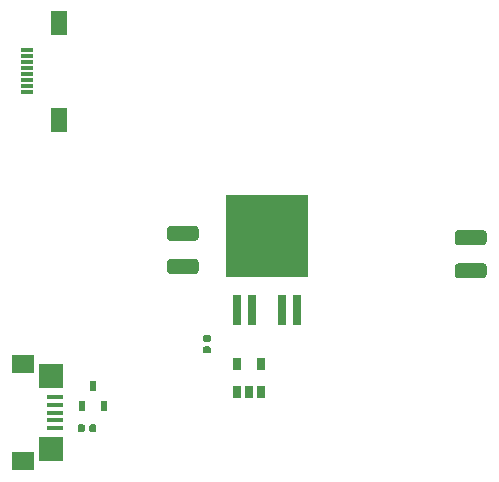
<source format=gbr>
G04 #@! TF.GenerationSoftware,KiCad,Pcbnew,(5.1.5)-3*
G04 #@! TF.CreationDate,2020-01-20T08:59:10+09:00*
G04 #@! TF.ProjectId,signaltower_host,7369676e-616c-4746-9f77-65725f686f73,rev?*
G04 #@! TF.SameCoordinates,Original*
G04 #@! TF.FileFunction,Paste,Top*
G04 #@! TF.FilePolarity,Positive*
%FSLAX46Y46*%
G04 Gerber Fmt 4.6, Leading zero omitted, Abs format (unit mm)*
G04 Created by KiCad (PCBNEW (5.1.5)-3) date 2020-01-20 08:59:10*
%MOMM*%
%LPD*%
G04 APERTURE LIST*
%ADD10R,7.000000X7.000000*%
%ADD11R,0.760000X2.500000*%
%ADD12R,0.600000X0.900000*%
%ADD13R,1.350000X0.400000*%
%ADD14R,1.900000X1.600000*%
%ADD15R,2.000000X2.100000*%
%ADD16R,0.800000X1.000000*%
%ADD17R,0.700000X1.000000*%
%ADD18C,0.100000*%
%ADD19R,1.050000X0.350000*%
%ADD20R,1.350000X2.000000*%
G04 APERTURE END LIST*
D10*
X113538000Y-77978000D03*
D11*
X112268000Y-84228000D03*
X110998000Y-84228000D03*
X116078000Y-84228000D03*
X114808000Y-84228000D03*
D12*
X98806000Y-90678000D03*
X99756000Y-92378000D03*
X97856000Y-92378000D03*
D13*
X95575000Y-92262000D03*
X95575000Y-92912000D03*
X95575000Y-93562000D03*
X95575000Y-91612000D03*
D14*
X92900000Y-97012000D03*
D15*
X95250000Y-96012000D03*
D14*
X92900000Y-88812000D03*
D13*
X95575000Y-94212000D03*
D15*
X95250000Y-89812000D03*
D16*
X111014000Y-88786000D03*
X113014000Y-88786000D03*
X113014000Y-91186000D03*
X111014000Y-91186000D03*
D17*
X112014000Y-91186000D03*
D18*
G36*
X108644958Y-87312710D02*
G01*
X108659276Y-87314834D01*
X108673317Y-87318351D01*
X108686946Y-87323228D01*
X108700031Y-87329417D01*
X108712447Y-87336858D01*
X108724073Y-87345481D01*
X108734798Y-87355202D01*
X108744519Y-87365927D01*
X108753142Y-87377553D01*
X108760583Y-87389969D01*
X108766772Y-87403054D01*
X108771649Y-87416683D01*
X108775166Y-87430724D01*
X108777290Y-87445042D01*
X108778000Y-87459500D01*
X108778000Y-87754500D01*
X108777290Y-87768958D01*
X108775166Y-87783276D01*
X108771649Y-87797317D01*
X108766772Y-87810946D01*
X108760583Y-87824031D01*
X108753142Y-87836447D01*
X108744519Y-87848073D01*
X108734798Y-87858798D01*
X108724073Y-87868519D01*
X108712447Y-87877142D01*
X108700031Y-87884583D01*
X108686946Y-87890772D01*
X108673317Y-87895649D01*
X108659276Y-87899166D01*
X108644958Y-87901290D01*
X108630500Y-87902000D01*
X108285500Y-87902000D01*
X108271042Y-87901290D01*
X108256724Y-87899166D01*
X108242683Y-87895649D01*
X108229054Y-87890772D01*
X108215969Y-87884583D01*
X108203553Y-87877142D01*
X108191927Y-87868519D01*
X108181202Y-87858798D01*
X108171481Y-87848073D01*
X108162858Y-87836447D01*
X108155417Y-87824031D01*
X108149228Y-87810946D01*
X108144351Y-87797317D01*
X108140834Y-87783276D01*
X108138710Y-87768958D01*
X108138000Y-87754500D01*
X108138000Y-87459500D01*
X108138710Y-87445042D01*
X108140834Y-87430724D01*
X108144351Y-87416683D01*
X108149228Y-87403054D01*
X108155417Y-87389969D01*
X108162858Y-87377553D01*
X108171481Y-87365927D01*
X108181202Y-87355202D01*
X108191927Y-87345481D01*
X108203553Y-87336858D01*
X108215969Y-87329417D01*
X108229054Y-87323228D01*
X108242683Y-87318351D01*
X108256724Y-87314834D01*
X108271042Y-87312710D01*
X108285500Y-87312000D01*
X108630500Y-87312000D01*
X108644958Y-87312710D01*
G37*
G36*
X108644958Y-86342710D02*
G01*
X108659276Y-86344834D01*
X108673317Y-86348351D01*
X108686946Y-86353228D01*
X108700031Y-86359417D01*
X108712447Y-86366858D01*
X108724073Y-86375481D01*
X108734798Y-86385202D01*
X108744519Y-86395927D01*
X108753142Y-86407553D01*
X108760583Y-86419969D01*
X108766772Y-86433054D01*
X108771649Y-86446683D01*
X108775166Y-86460724D01*
X108777290Y-86475042D01*
X108778000Y-86489500D01*
X108778000Y-86784500D01*
X108777290Y-86798958D01*
X108775166Y-86813276D01*
X108771649Y-86827317D01*
X108766772Y-86840946D01*
X108760583Y-86854031D01*
X108753142Y-86866447D01*
X108744519Y-86878073D01*
X108734798Y-86888798D01*
X108724073Y-86898519D01*
X108712447Y-86907142D01*
X108700031Y-86914583D01*
X108686946Y-86920772D01*
X108673317Y-86925649D01*
X108659276Y-86929166D01*
X108644958Y-86931290D01*
X108630500Y-86932000D01*
X108285500Y-86932000D01*
X108271042Y-86931290D01*
X108256724Y-86929166D01*
X108242683Y-86925649D01*
X108229054Y-86920772D01*
X108215969Y-86914583D01*
X108203553Y-86907142D01*
X108191927Y-86898519D01*
X108181202Y-86888798D01*
X108171481Y-86878073D01*
X108162858Y-86866447D01*
X108155417Y-86854031D01*
X108149228Y-86840946D01*
X108144351Y-86827317D01*
X108140834Y-86813276D01*
X108138710Y-86798958D01*
X108138000Y-86784500D01*
X108138000Y-86489500D01*
X108138710Y-86475042D01*
X108140834Y-86460724D01*
X108144351Y-86446683D01*
X108149228Y-86433054D01*
X108155417Y-86419969D01*
X108162858Y-86407553D01*
X108171481Y-86395927D01*
X108181202Y-86385202D01*
X108191927Y-86375481D01*
X108203553Y-86366858D01*
X108215969Y-86359417D01*
X108229054Y-86353228D01*
X108242683Y-86348351D01*
X108256724Y-86344834D01*
X108271042Y-86342710D01*
X108285500Y-86342000D01*
X108630500Y-86342000D01*
X108644958Y-86342710D01*
G37*
G36*
X98967958Y-93914710D02*
G01*
X98982276Y-93916834D01*
X98996317Y-93920351D01*
X99009946Y-93925228D01*
X99023031Y-93931417D01*
X99035447Y-93938858D01*
X99047073Y-93947481D01*
X99057798Y-93957202D01*
X99067519Y-93967927D01*
X99076142Y-93979553D01*
X99083583Y-93991969D01*
X99089772Y-94005054D01*
X99094649Y-94018683D01*
X99098166Y-94032724D01*
X99100290Y-94047042D01*
X99101000Y-94061500D01*
X99101000Y-94406500D01*
X99100290Y-94420958D01*
X99098166Y-94435276D01*
X99094649Y-94449317D01*
X99089772Y-94462946D01*
X99083583Y-94476031D01*
X99076142Y-94488447D01*
X99067519Y-94500073D01*
X99057798Y-94510798D01*
X99047073Y-94520519D01*
X99035447Y-94529142D01*
X99023031Y-94536583D01*
X99009946Y-94542772D01*
X98996317Y-94547649D01*
X98982276Y-94551166D01*
X98967958Y-94553290D01*
X98953500Y-94554000D01*
X98658500Y-94554000D01*
X98644042Y-94553290D01*
X98629724Y-94551166D01*
X98615683Y-94547649D01*
X98602054Y-94542772D01*
X98588969Y-94536583D01*
X98576553Y-94529142D01*
X98564927Y-94520519D01*
X98554202Y-94510798D01*
X98544481Y-94500073D01*
X98535858Y-94488447D01*
X98528417Y-94476031D01*
X98522228Y-94462946D01*
X98517351Y-94449317D01*
X98513834Y-94435276D01*
X98511710Y-94420958D01*
X98511000Y-94406500D01*
X98511000Y-94061500D01*
X98511710Y-94047042D01*
X98513834Y-94032724D01*
X98517351Y-94018683D01*
X98522228Y-94005054D01*
X98528417Y-93991969D01*
X98535858Y-93979553D01*
X98544481Y-93967927D01*
X98554202Y-93957202D01*
X98564927Y-93947481D01*
X98576553Y-93938858D01*
X98588969Y-93931417D01*
X98602054Y-93925228D01*
X98615683Y-93920351D01*
X98629724Y-93916834D01*
X98644042Y-93914710D01*
X98658500Y-93914000D01*
X98953500Y-93914000D01*
X98967958Y-93914710D01*
G37*
G36*
X97997958Y-93914710D02*
G01*
X98012276Y-93916834D01*
X98026317Y-93920351D01*
X98039946Y-93925228D01*
X98053031Y-93931417D01*
X98065447Y-93938858D01*
X98077073Y-93947481D01*
X98087798Y-93957202D01*
X98097519Y-93967927D01*
X98106142Y-93979553D01*
X98113583Y-93991969D01*
X98119772Y-94005054D01*
X98124649Y-94018683D01*
X98128166Y-94032724D01*
X98130290Y-94047042D01*
X98131000Y-94061500D01*
X98131000Y-94406500D01*
X98130290Y-94420958D01*
X98128166Y-94435276D01*
X98124649Y-94449317D01*
X98119772Y-94462946D01*
X98113583Y-94476031D01*
X98106142Y-94488447D01*
X98097519Y-94500073D01*
X98087798Y-94510798D01*
X98077073Y-94520519D01*
X98065447Y-94529142D01*
X98053031Y-94536583D01*
X98039946Y-94542772D01*
X98026317Y-94547649D01*
X98012276Y-94551166D01*
X97997958Y-94553290D01*
X97983500Y-94554000D01*
X97688500Y-94554000D01*
X97674042Y-94553290D01*
X97659724Y-94551166D01*
X97645683Y-94547649D01*
X97632054Y-94542772D01*
X97618969Y-94536583D01*
X97606553Y-94529142D01*
X97594927Y-94520519D01*
X97584202Y-94510798D01*
X97574481Y-94500073D01*
X97565858Y-94488447D01*
X97558417Y-94476031D01*
X97552228Y-94462946D01*
X97547351Y-94449317D01*
X97543834Y-94435276D01*
X97541710Y-94420958D01*
X97541000Y-94406500D01*
X97541000Y-94061500D01*
X97541710Y-94047042D01*
X97543834Y-94032724D01*
X97547351Y-94018683D01*
X97552228Y-94005054D01*
X97558417Y-93991969D01*
X97565858Y-93979553D01*
X97574481Y-93967927D01*
X97584202Y-93957202D01*
X97594927Y-93947481D01*
X97606553Y-93938858D01*
X97618969Y-93931417D01*
X97632054Y-93925228D01*
X97645683Y-93920351D01*
X97659724Y-93916834D01*
X97674042Y-93914710D01*
X97688500Y-93914000D01*
X97983500Y-93914000D01*
X97997958Y-93914710D01*
G37*
D19*
X93218000Y-65746000D03*
X93218000Y-65246000D03*
X93218000Y-64746000D03*
X93218000Y-64246000D03*
X93218000Y-62246000D03*
X93218000Y-62746000D03*
X93218000Y-63246000D03*
X93218000Y-63746000D03*
D20*
X95968000Y-59896000D03*
X95968000Y-68096000D03*
D18*
G36*
X131909504Y-77478204D02*
G01*
X131933773Y-77481804D01*
X131957571Y-77487765D01*
X131980671Y-77496030D01*
X132002849Y-77506520D01*
X132023893Y-77519133D01*
X132043598Y-77533747D01*
X132061777Y-77550223D01*
X132078253Y-77568402D01*
X132092867Y-77588107D01*
X132105480Y-77609151D01*
X132115970Y-77631329D01*
X132124235Y-77654429D01*
X132130196Y-77678227D01*
X132133796Y-77702496D01*
X132135000Y-77727000D01*
X132135000Y-78477000D01*
X132133796Y-78501504D01*
X132130196Y-78525773D01*
X132124235Y-78549571D01*
X132115970Y-78572671D01*
X132105480Y-78594849D01*
X132092867Y-78615893D01*
X132078253Y-78635598D01*
X132061777Y-78653777D01*
X132043598Y-78670253D01*
X132023893Y-78684867D01*
X132002849Y-78697480D01*
X131980671Y-78707970D01*
X131957571Y-78716235D01*
X131933773Y-78722196D01*
X131909504Y-78725796D01*
X131885000Y-78727000D01*
X129735000Y-78727000D01*
X129710496Y-78725796D01*
X129686227Y-78722196D01*
X129662429Y-78716235D01*
X129639329Y-78707970D01*
X129617151Y-78697480D01*
X129596107Y-78684867D01*
X129576402Y-78670253D01*
X129558223Y-78653777D01*
X129541747Y-78635598D01*
X129527133Y-78615893D01*
X129514520Y-78594849D01*
X129504030Y-78572671D01*
X129495765Y-78549571D01*
X129489804Y-78525773D01*
X129486204Y-78501504D01*
X129485000Y-78477000D01*
X129485000Y-77727000D01*
X129486204Y-77702496D01*
X129489804Y-77678227D01*
X129495765Y-77654429D01*
X129504030Y-77631329D01*
X129514520Y-77609151D01*
X129527133Y-77588107D01*
X129541747Y-77568402D01*
X129558223Y-77550223D01*
X129576402Y-77533747D01*
X129596107Y-77519133D01*
X129617151Y-77506520D01*
X129639329Y-77496030D01*
X129662429Y-77487765D01*
X129686227Y-77481804D01*
X129710496Y-77478204D01*
X129735000Y-77477000D01*
X131885000Y-77477000D01*
X131909504Y-77478204D01*
G37*
G36*
X131909504Y-80278204D02*
G01*
X131933773Y-80281804D01*
X131957571Y-80287765D01*
X131980671Y-80296030D01*
X132002849Y-80306520D01*
X132023893Y-80319133D01*
X132043598Y-80333747D01*
X132061777Y-80350223D01*
X132078253Y-80368402D01*
X132092867Y-80388107D01*
X132105480Y-80409151D01*
X132115970Y-80431329D01*
X132124235Y-80454429D01*
X132130196Y-80478227D01*
X132133796Y-80502496D01*
X132135000Y-80527000D01*
X132135000Y-81277000D01*
X132133796Y-81301504D01*
X132130196Y-81325773D01*
X132124235Y-81349571D01*
X132115970Y-81372671D01*
X132105480Y-81394849D01*
X132092867Y-81415893D01*
X132078253Y-81435598D01*
X132061777Y-81453777D01*
X132043598Y-81470253D01*
X132023893Y-81484867D01*
X132002849Y-81497480D01*
X131980671Y-81507970D01*
X131957571Y-81516235D01*
X131933773Y-81522196D01*
X131909504Y-81525796D01*
X131885000Y-81527000D01*
X129735000Y-81527000D01*
X129710496Y-81525796D01*
X129686227Y-81522196D01*
X129662429Y-81516235D01*
X129639329Y-81507970D01*
X129617151Y-81497480D01*
X129596107Y-81484867D01*
X129576402Y-81470253D01*
X129558223Y-81453777D01*
X129541747Y-81435598D01*
X129527133Y-81415893D01*
X129514520Y-81394849D01*
X129504030Y-81372671D01*
X129495765Y-81349571D01*
X129489804Y-81325773D01*
X129486204Y-81301504D01*
X129485000Y-81277000D01*
X129485000Y-80527000D01*
X129486204Y-80502496D01*
X129489804Y-80478227D01*
X129495765Y-80454429D01*
X129504030Y-80431329D01*
X129514520Y-80409151D01*
X129527133Y-80388107D01*
X129541747Y-80368402D01*
X129558223Y-80350223D01*
X129576402Y-80333747D01*
X129596107Y-80319133D01*
X129617151Y-80306520D01*
X129639329Y-80296030D01*
X129662429Y-80287765D01*
X129686227Y-80281804D01*
X129710496Y-80278204D01*
X129735000Y-80277000D01*
X131885000Y-80277000D01*
X131909504Y-80278204D01*
G37*
G36*
X107525504Y-77100204D02*
G01*
X107549773Y-77103804D01*
X107573571Y-77109765D01*
X107596671Y-77118030D01*
X107618849Y-77128520D01*
X107639893Y-77141133D01*
X107659598Y-77155747D01*
X107677777Y-77172223D01*
X107694253Y-77190402D01*
X107708867Y-77210107D01*
X107721480Y-77231151D01*
X107731970Y-77253329D01*
X107740235Y-77276429D01*
X107746196Y-77300227D01*
X107749796Y-77324496D01*
X107751000Y-77349000D01*
X107751000Y-78099000D01*
X107749796Y-78123504D01*
X107746196Y-78147773D01*
X107740235Y-78171571D01*
X107731970Y-78194671D01*
X107721480Y-78216849D01*
X107708867Y-78237893D01*
X107694253Y-78257598D01*
X107677777Y-78275777D01*
X107659598Y-78292253D01*
X107639893Y-78306867D01*
X107618849Y-78319480D01*
X107596671Y-78329970D01*
X107573571Y-78338235D01*
X107549773Y-78344196D01*
X107525504Y-78347796D01*
X107501000Y-78349000D01*
X105351000Y-78349000D01*
X105326496Y-78347796D01*
X105302227Y-78344196D01*
X105278429Y-78338235D01*
X105255329Y-78329970D01*
X105233151Y-78319480D01*
X105212107Y-78306867D01*
X105192402Y-78292253D01*
X105174223Y-78275777D01*
X105157747Y-78257598D01*
X105143133Y-78237893D01*
X105130520Y-78216849D01*
X105120030Y-78194671D01*
X105111765Y-78171571D01*
X105105804Y-78147773D01*
X105102204Y-78123504D01*
X105101000Y-78099000D01*
X105101000Y-77349000D01*
X105102204Y-77324496D01*
X105105804Y-77300227D01*
X105111765Y-77276429D01*
X105120030Y-77253329D01*
X105130520Y-77231151D01*
X105143133Y-77210107D01*
X105157747Y-77190402D01*
X105174223Y-77172223D01*
X105192402Y-77155747D01*
X105212107Y-77141133D01*
X105233151Y-77128520D01*
X105255329Y-77118030D01*
X105278429Y-77109765D01*
X105302227Y-77103804D01*
X105326496Y-77100204D01*
X105351000Y-77099000D01*
X107501000Y-77099000D01*
X107525504Y-77100204D01*
G37*
G36*
X107525504Y-79900204D02*
G01*
X107549773Y-79903804D01*
X107573571Y-79909765D01*
X107596671Y-79918030D01*
X107618849Y-79928520D01*
X107639893Y-79941133D01*
X107659598Y-79955747D01*
X107677777Y-79972223D01*
X107694253Y-79990402D01*
X107708867Y-80010107D01*
X107721480Y-80031151D01*
X107731970Y-80053329D01*
X107740235Y-80076429D01*
X107746196Y-80100227D01*
X107749796Y-80124496D01*
X107751000Y-80149000D01*
X107751000Y-80899000D01*
X107749796Y-80923504D01*
X107746196Y-80947773D01*
X107740235Y-80971571D01*
X107731970Y-80994671D01*
X107721480Y-81016849D01*
X107708867Y-81037893D01*
X107694253Y-81057598D01*
X107677777Y-81075777D01*
X107659598Y-81092253D01*
X107639893Y-81106867D01*
X107618849Y-81119480D01*
X107596671Y-81129970D01*
X107573571Y-81138235D01*
X107549773Y-81144196D01*
X107525504Y-81147796D01*
X107501000Y-81149000D01*
X105351000Y-81149000D01*
X105326496Y-81147796D01*
X105302227Y-81144196D01*
X105278429Y-81138235D01*
X105255329Y-81129970D01*
X105233151Y-81119480D01*
X105212107Y-81106867D01*
X105192402Y-81092253D01*
X105174223Y-81075777D01*
X105157747Y-81057598D01*
X105143133Y-81037893D01*
X105130520Y-81016849D01*
X105120030Y-80994671D01*
X105111765Y-80971571D01*
X105105804Y-80947773D01*
X105102204Y-80923504D01*
X105101000Y-80899000D01*
X105101000Y-80149000D01*
X105102204Y-80124496D01*
X105105804Y-80100227D01*
X105111765Y-80076429D01*
X105120030Y-80053329D01*
X105130520Y-80031151D01*
X105143133Y-80010107D01*
X105157747Y-79990402D01*
X105174223Y-79972223D01*
X105192402Y-79955747D01*
X105212107Y-79941133D01*
X105233151Y-79928520D01*
X105255329Y-79918030D01*
X105278429Y-79909765D01*
X105302227Y-79903804D01*
X105326496Y-79900204D01*
X105351000Y-79899000D01*
X107501000Y-79899000D01*
X107525504Y-79900204D01*
G37*
M02*

</source>
